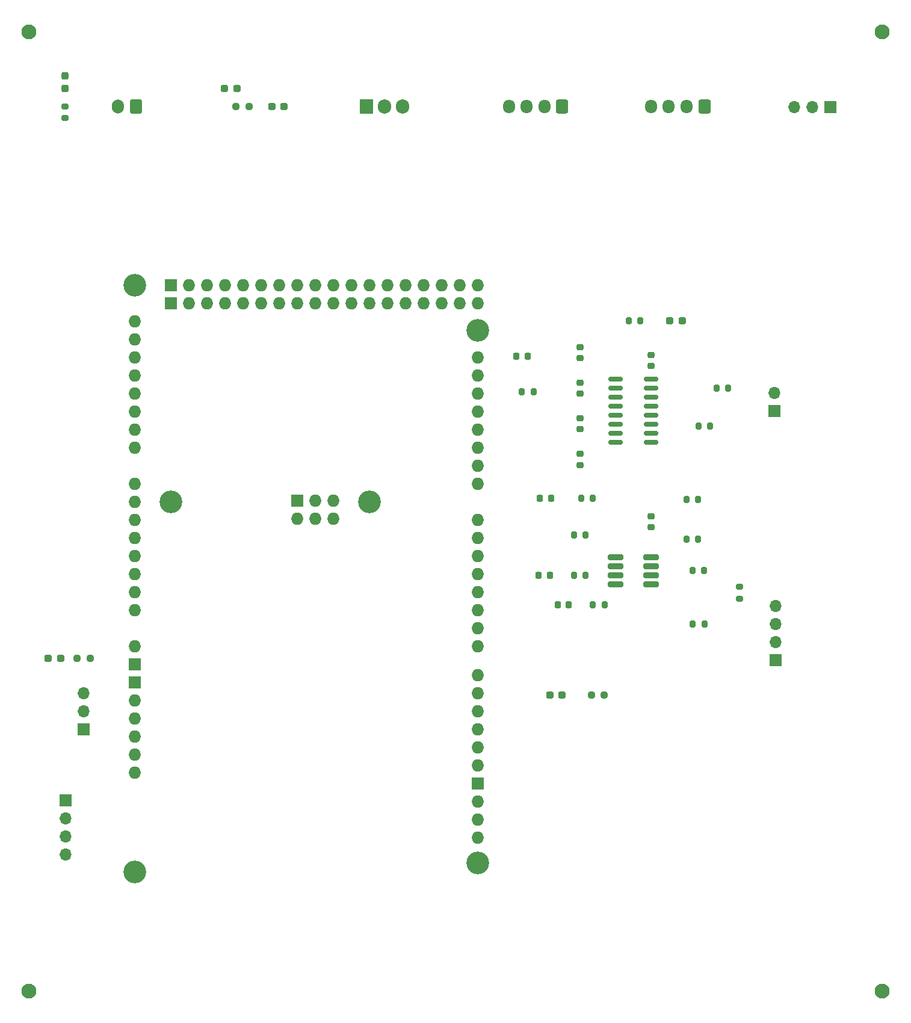
<source format=gbr>
%TF.GenerationSoftware,KiCad,Pcbnew,(7.0.0)*%
%TF.CreationDate,2024-02-08T18:30:53+01:00*%
%TF.ProjectId,AbuDhabi_ElectronBeam,41627544-6861-4626-995f-456c65637472,rev?*%
%TF.SameCoordinates,PXa6e49c0PYcef2840*%
%TF.FileFunction,Soldermask,Top*%
%TF.FilePolarity,Negative*%
%FSLAX46Y46*%
G04 Gerber Fmt 4.6, Leading zero omitted, Abs format (unit mm)*
G04 Created by KiCad (PCBNEW (7.0.0)) date 2024-02-08 18:30:53*
%MOMM*%
%LPD*%
G01*
G04 APERTURE LIST*
G04 Aperture macros list*
%AMRoundRect*
0 Rectangle with rounded corners*
0 $1 Rounding radius*
0 $2 $3 $4 $5 $6 $7 $8 $9 X,Y pos of 4 corners*
0 Add a 4 corners polygon primitive as box body*
4,1,4,$2,$3,$4,$5,$6,$7,$8,$9,$2,$3,0*
0 Add four circle primitives for the rounded corners*
1,1,$1+$1,$2,$3*
1,1,$1+$1,$4,$5*
1,1,$1+$1,$6,$7*
1,1,$1+$1,$8,$9*
0 Add four rect primitives between the rounded corners*
20,1,$1+$1,$2,$3,$4,$5,0*
20,1,$1+$1,$4,$5,$6,$7,0*
20,1,$1+$1,$6,$7,$8,$9,0*
20,1,$1+$1,$8,$9,$2,$3,0*%
G04 Aperture macros list end*
%ADD10RoundRect,0.250000X0.600000X0.750000X-0.600000X0.750000X-0.600000X-0.750000X0.600000X-0.750000X0*%
%ADD11O,1.700000X2.000000*%
%ADD12R,1.905000X2.000000*%
%ADD13O,1.905000X2.000000*%
%ADD14RoundRect,0.200000X0.200000X0.275000X-0.200000X0.275000X-0.200000X-0.275000X0.200000X-0.275000X0*%
%ADD15RoundRect,0.250000X0.600000X0.725000X-0.600000X0.725000X-0.600000X-0.725000X0.600000X-0.725000X0*%
%ADD16O,1.700000X1.950000*%
%ADD17RoundRect,0.237500X0.287500X0.237500X-0.287500X0.237500X-0.287500X-0.237500X0.287500X-0.237500X0*%
%ADD18RoundRect,0.237500X-0.287500X-0.237500X0.287500X-0.237500X0.287500X0.237500X-0.287500X0.237500X0*%
%ADD19RoundRect,0.225000X0.250000X-0.225000X0.250000X0.225000X-0.250000X0.225000X-0.250000X-0.225000X0*%
%ADD20RoundRect,0.237500X-0.250000X-0.237500X0.250000X-0.237500X0.250000X0.237500X-0.250000X0.237500X0*%
%ADD21RoundRect,0.225000X-0.250000X0.225000X-0.250000X-0.225000X0.250000X-0.225000X0.250000X0.225000X0*%
%ADD22RoundRect,0.150000X-0.825000X-0.150000X0.825000X-0.150000X0.825000X0.150000X-0.825000X0.150000X0*%
%ADD23RoundRect,0.218750X0.218750X0.256250X-0.218750X0.256250X-0.218750X-0.256250X0.218750X-0.256250X0*%
%ADD24C,2.100000*%
%ADD25RoundRect,0.200000X-0.200000X-0.275000X0.200000X-0.275000X0.200000X0.275000X-0.200000X0.275000X0*%
%ADD26RoundRect,0.237500X0.250000X0.237500X-0.250000X0.237500X-0.250000X-0.237500X0.250000X-0.237500X0*%
%ADD27RoundRect,0.218750X-0.218750X-0.256250X0.218750X-0.256250X0.218750X0.256250X-0.218750X0.256250X0*%
%ADD28R,1.700000X1.700000*%
%ADD29O,1.700000X1.700000*%
%ADD30RoundRect,0.237500X0.237500X-0.287500X0.237500X0.287500X-0.237500X0.287500X-0.237500X-0.287500X0*%
%ADD31RoundRect,0.200000X-0.275000X0.200000X-0.275000X-0.200000X0.275000X-0.200000X0.275000X0.200000X0*%
%ADD32RoundRect,0.143300X-0.943700X-0.253700X0.943700X-0.253700X0.943700X0.253700X-0.943700X0.253700X0*%
%ADD33C,3.200000*%
%ADD34O,1.727200X1.727200*%
%ADD35R,1.727200X1.727200*%
G04 APERTURE END LIST*
D10*
%TO.C,J19*%
X20000000Y129500000D03*
D11*
X17499999Y129499999D03*
%TD*%
D12*
%TO.C,U2*%
X52419999Y129499999D03*
D13*
X54959999Y129499999D03*
X57499999Y129499999D03*
%TD*%
D14*
%TO.C,R13*%
X99975000Y64187000D03*
X98325000Y64187000D03*
%TD*%
D15*
%TO.C,J12*%
X100000000Y129500000D03*
D16*
X97499999Y129499999D03*
X94999999Y129499999D03*
X92499999Y129499999D03*
%TD*%
D17*
%TO.C,D7*%
X34250000Y132000000D03*
X32500000Y132000000D03*
%TD*%
D14*
%TO.C,R6*%
X90981500Y99343500D03*
X89331500Y99343500D03*
%TD*%
D18*
%TO.C,D6*%
X95156500Y99343500D03*
X96906500Y99343500D03*
%TD*%
D19*
%TO.C,C5*%
X82525000Y89047000D03*
X82525000Y90597000D03*
%TD*%
D17*
%TO.C,D3*%
X80000000Y46687000D03*
X78250000Y46687000D03*
%TD*%
D20*
%TO.C,R4*%
X11744000Y51843500D03*
X13569000Y51843500D03*
%TD*%
D21*
%TO.C,C1*%
X82525000Y95597000D03*
X82525000Y94047000D03*
%TD*%
D22*
%TO.C,U3*%
X87525000Y91132000D03*
X87525000Y89862000D03*
X87525000Y88592000D03*
X87525000Y87322000D03*
X87525000Y86052000D03*
X87525000Y84782000D03*
X87525000Y83512000D03*
X87525000Y82242000D03*
X92475000Y82242000D03*
X92475000Y83512000D03*
X92475000Y84782000D03*
X92475000Y86052000D03*
X92475000Y87322000D03*
X92475000Y88592000D03*
X92475000Y89862000D03*
X92475000Y91132000D03*
%TD*%
D23*
%TO.C,D11*%
X78262500Y63552000D03*
X76687500Y63552000D03*
%TD*%
D24*
%TO.C,REF\u002A\u002A*%
X5000000Y140000000D03*
%TD*%
D20*
%TO.C,R3*%
X84087500Y46687000D03*
X85912500Y46687000D03*
%TD*%
D25*
%TO.C,R14*%
X97500000Y74187000D03*
X99150000Y74187000D03*
%TD*%
%TO.C,R9*%
X82656500Y74343500D03*
X84306500Y74343500D03*
%TD*%
D26*
%TO.C,R1*%
X35950000Y129500000D03*
X34125000Y129500000D03*
%TD*%
D14*
%TO.C,R8*%
X100825000Y84500000D03*
X99175000Y84500000D03*
%TD*%
D27*
%TO.C,D5*%
X73581500Y94343500D03*
X75156500Y94343500D03*
%TD*%
D25*
%TO.C,R11*%
X81650000Y63552000D03*
X83300000Y63552000D03*
%TD*%
D23*
%TO.C,D10*%
X80944000Y59343500D03*
X79369000Y59343500D03*
%TD*%
D24*
%TO.C,REF\u002A\u002A*%
X125000000Y5000000D03*
%TD*%
D28*
%TO.C,J2*%
X117696499Y129343499D03*
D29*
X115156499Y129343499D03*
X112616499Y129343499D03*
%TD*%
D24*
%TO.C,REF\u002A\u002A*%
X125000000Y140000000D03*
%TD*%
D19*
%TO.C,C2*%
X92500000Y92950000D03*
X92500000Y94500000D03*
%TD*%
D18*
%TO.C,D1*%
X39125000Y129500000D03*
X40875000Y129500000D03*
%TD*%
D25*
%TO.C,R12*%
X81650000Y69187000D03*
X83300000Y69187000D03*
%TD*%
%TO.C,R10*%
X84331500Y59343500D03*
X85981500Y59343500D03*
%TD*%
D28*
%TO.C,J3*%
X12656499Y41803499D03*
D29*
X12656499Y44343499D03*
X12656499Y46883499D03*
%TD*%
D19*
%TO.C,C6*%
X92475000Y70277000D03*
X92475000Y71827000D03*
%TD*%
D28*
%TO.C,J1*%
X109999999Y51606999D03*
D29*
X109999999Y54146999D03*
X109999999Y56686999D03*
X109999999Y59226999D03*
%TD*%
D23*
%TO.C,D9*%
X78444000Y74343500D03*
X76869000Y74343500D03*
%TD*%
D17*
%TO.C,D4*%
X9406500Y51843500D03*
X7656500Y51843500D03*
%TD*%
D14*
%TO.C,R7*%
X103350000Y89822000D03*
X101700000Y89822000D03*
%TD*%
D30*
%TO.C,D2*%
X10000000Y132000000D03*
X10000000Y133750000D03*
%TD*%
D31*
%TO.C,R2*%
X10000000Y129500000D03*
X10000000Y127850000D03*
%TD*%
D21*
%TO.C,C4*%
X82525000Y80597000D03*
X82525000Y79047000D03*
%TD*%
D32*
%TO.C,U4*%
X87525000Y66092000D03*
X87525000Y64822000D03*
X87525000Y63552000D03*
X87525000Y62282000D03*
X92475000Y62282000D03*
X92475000Y63552000D03*
X92475000Y64822000D03*
X92475000Y66092000D03*
%TD*%
D31*
%TO.C,R17*%
X104975000Y61877000D03*
X104975000Y60227000D03*
%TD*%
D14*
%TO.C,R5*%
X75981500Y89343500D03*
X74331500Y89343500D03*
%TD*%
%TO.C,R16*%
X99125000Y68552000D03*
X97475000Y68552000D03*
%TD*%
D25*
%TO.C,R15*%
X98350000Y56687000D03*
X100000000Y56687000D03*
%TD*%
D24*
%TO.C,REF\u002A\u002A*%
X5000000Y5000000D03*
%TD*%
D21*
%TO.C,C3*%
X82525000Y85597000D03*
X82525000Y84047000D03*
%TD*%
D15*
%TO.C,J13*%
X80000000Y129500000D03*
D16*
X77499999Y129499999D03*
X74999999Y129499999D03*
X72499999Y129499999D03*
%TD*%
D28*
%TO.C,J16*%
X109897999Y86646999D03*
D29*
X109897999Y89186999D03*
%TD*%
D28*
%TO.C,J18*%
X10156499Y31843499D03*
D29*
X10156499Y29303499D03*
X10156499Y26763499D03*
X10156499Y24223499D03*
%TD*%
D33*
%TO.C,A3*%
X19876500Y21793500D03*
X68136500Y23063500D03*
D34*
X19876499Y35763499D03*
D33*
X24956500Y73863500D03*
X52896500Y73863500D03*
X68136500Y97993500D03*
X19876500Y104343500D03*
D34*
X19876499Y43383499D03*
X19876499Y45923499D03*
X47816499Y73990499D03*
X68136499Y101803499D03*
X68136499Y104343499D03*
X19876499Y58623499D03*
X19876499Y61163499D03*
X19876499Y63703499D03*
X19876499Y66243499D03*
X19876499Y68783499D03*
X19876499Y71323499D03*
X19876499Y73863499D03*
X19876499Y76403499D03*
X19876499Y81483499D03*
X19876499Y84023499D03*
X19876499Y86563499D03*
X19876499Y89103499D03*
X19876499Y91643499D03*
X19876499Y94183499D03*
X19876499Y96723499D03*
X19876499Y99263499D03*
X68136499Y31699499D03*
X68136499Y71323499D03*
X68136499Y68783499D03*
X68136499Y66243499D03*
X68136499Y63703499D03*
X68136499Y61163499D03*
X68136499Y58623499D03*
X68136499Y56083499D03*
X68136499Y53543499D03*
X68136499Y49479499D03*
X68136499Y46939499D03*
X68136499Y44399499D03*
X68136499Y41859499D03*
X68136499Y39319499D03*
X68136499Y36779499D03*
X68136499Y76403499D03*
X68136499Y78943499D03*
X68136499Y81483499D03*
X68136499Y84023499D03*
X68136499Y86563499D03*
X68136499Y89103499D03*
X68136499Y91643499D03*
X68136499Y94183499D03*
X65596499Y101803499D03*
X65596499Y104343499D03*
X63056499Y101803499D03*
X63056499Y104343499D03*
X60516499Y101803499D03*
X60516499Y104343499D03*
X57976499Y101803499D03*
X57976499Y104343499D03*
X55436499Y101803499D03*
X55436499Y104343499D03*
X52896499Y101803499D03*
X52896499Y104343499D03*
X50356499Y101803499D03*
X50356499Y104343499D03*
X47816499Y101803499D03*
X47816499Y104343499D03*
X45276499Y101803499D03*
X45276499Y104343499D03*
X42736499Y101803499D03*
X42736499Y104343499D03*
X40196499Y101803499D03*
X40196499Y104343499D03*
X37656499Y101803499D03*
X37656499Y104343499D03*
X35116499Y101803499D03*
X35116499Y104343499D03*
X32576499Y101803499D03*
X32576499Y104343499D03*
X30036499Y101803499D03*
X30036499Y104343499D03*
X27496499Y101803499D03*
X27496499Y104343499D03*
D35*
X68136499Y34239499D03*
X19876499Y48463499D03*
X19876499Y51003499D03*
X42736499Y73990499D03*
X24956499Y101803499D03*
X24956499Y104343499D03*
D34*
X19876499Y38303499D03*
X47816499Y71450499D03*
X45276499Y73990499D03*
X19876499Y40843499D03*
X42736499Y71450499D03*
X45276499Y71450499D03*
X68136499Y26619499D03*
X68136499Y29159499D03*
X19876499Y53543499D03*
%TD*%
M02*

</source>
